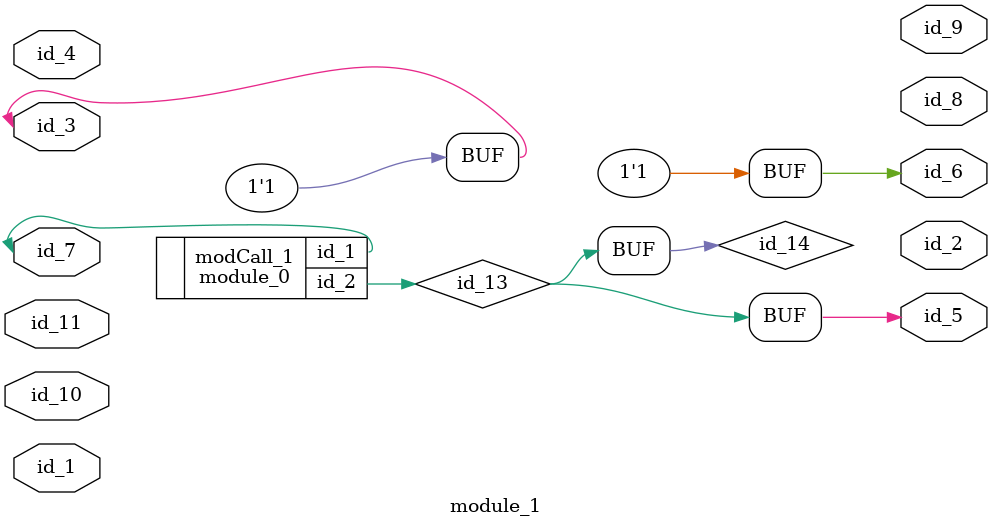
<source format=v>
module module_0 (
    id_1,
    id_2
);
  inout wire id_2;
  inout wire id_1;
  wire id_3, id_4;
endmodule
module module_1 (
    id_1,
    id_2,
    id_3,
    id_4,
    id_5,
    id_6,
    id_7,
    id_8,
    id_9,
    id_10,
    id_11
);
  input wire id_11;
  input wire id_10;
  output wire id_9;
  output wire id_8;
  inout wire id_7;
  output wire id_6;
  output wire id_5;
  input wire id_4;
  input wire id_3;
  output wire id_2;
  input wire id_1;
  localparam id_12 = id_4;
  wire id_13;
  wire id_14;
  module_0 modCall_1 (
      id_7,
      id_13
  );
  assign id_13 = id_14;
  assign id_6  = 1;
  assign id_5  = id_14;
  assign id_6  = -1;
  wand id_15;
  wire id_16;
  always $display(id_15);
  assign id_6 = id_3;
  localparam id_17 = id_15;
  parameter id_18 = 'b0 ? -1 : -1;
endmodule

</source>
